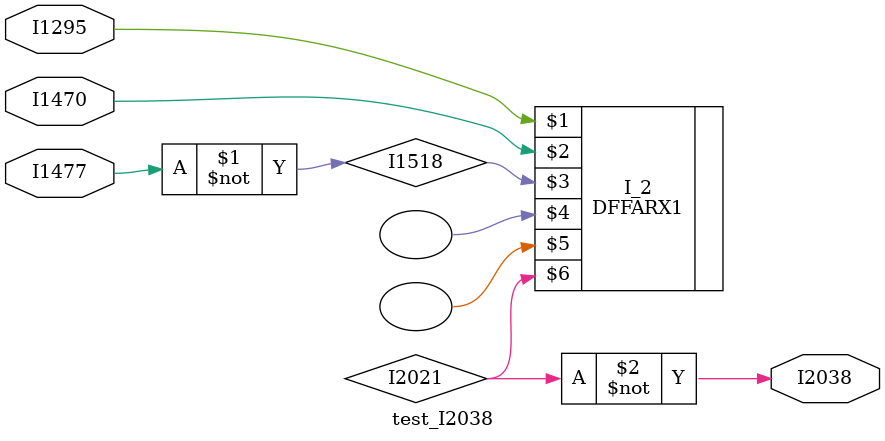
<source format=v>
module test_I2038(I1477,I1295,I1470,I2038);
input I1477,I1295,I1470;
output I2038;
wire I1518,I2021;
not I_0(I1518,I1477);
not I_1(I2038,I2021);
DFFARX1 I_2(I1295,I1470,I1518,,,I2021,);
endmodule



</source>
